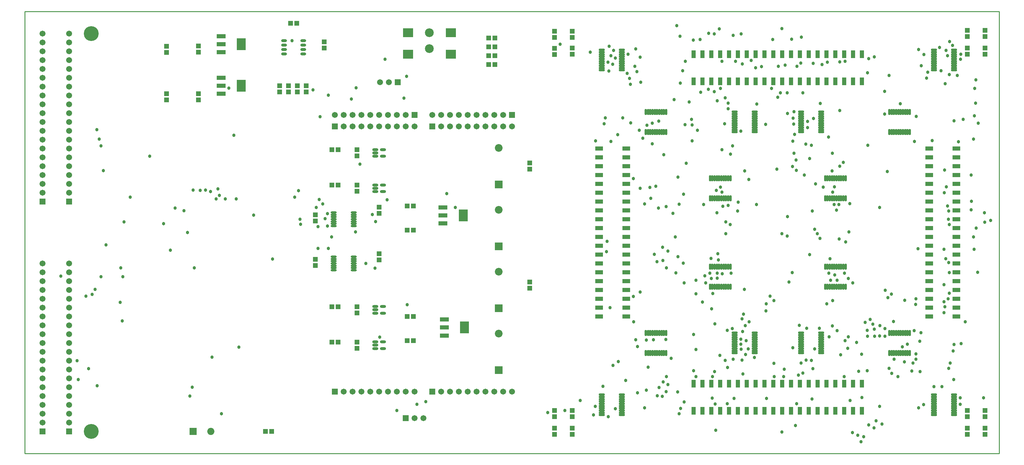
<source format=gts>
G04 Layer_Color=8388736*
%FSLAX25Y25*%
%MOIN*%
G70*
G01*
G75*
%ADD22C,0.01000*%
%ADD37R,0.05800X0.05800*%
%ADD38O,0.06509X0.03162*%
%ADD39R,0.05800X0.05800*%
%ADD40R,0.11824X0.10249*%
%ADD41R,0.10249X0.13398*%
%ADD42R,0.10249X0.04737*%
%ADD43O,0.02572X0.07099*%
%ADD44O,0.07099X0.02572*%
%ADD45O,0.06902X0.02572*%
%ADD46R,0.08674X0.04737*%
%ADD47R,0.04737X0.08674*%
%ADD48O,0.06902X0.03162*%
%ADD49C,0.09900*%
%ADD50C,0.06706*%
%ADD51R,0.06706X0.06706*%
%ADD52R,0.06706X0.06706*%
%ADD53C,0.08674*%
%ADD54R,0.08674X0.08674*%
%ADD55R,0.08083X0.08083*%
%ADD56C,0.08083*%
%ADD57C,0.16800*%
%ADD58C,0.03800*%
D22*
X0Y0D02*
X1100000D01*
Y500000D01*
X0D02*
X1100000D01*
X0Y0D02*
Y500000D01*
D37*
X598000Y21500D02*
D03*
Y28500D02*
D03*
X618000D02*
D03*
Y21500D02*
D03*
Y470500D02*
D03*
Y477500D02*
D03*
Y458500D02*
D03*
Y451500D02*
D03*
X1064000D02*
D03*
Y458500D02*
D03*
X1084000Y451500D02*
D03*
Y458500D02*
D03*
X1064000Y478500D02*
D03*
Y471500D02*
D03*
Y41500D02*
D03*
Y48500D02*
D03*
X598000Y41500D02*
D03*
Y48500D02*
D03*
X1064000Y21500D02*
D03*
Y28500D02*
D03*
X598000Y470500D02*
D03*
Y477500D02*
D03*
X338000Y465500D02*
D03*
Y458500D02*
D03*
X328000Y270000D02*
D03*
Y263000D02*
D03*
X160000Y453500D02*
D03*
Y460500D02*
D03*
X196000Y454000D02*
D03*
Y461000D02*
D03*
Y407000D02*
D03*
Y400000D02*
D03*
X160000Y407000D02*
D03*
Y400000D02*
D03*
X328000Y219500D02*
D03*
Y212500D02*
D03*
X1084000Y48500D02*
D03*
Y41500D02*
D03*
Y21500D02*
D03*
Y28500D02*
D03*
X618000Y48500D02*
D03*
Y41500D02*
D03*
X598000Y451398D02*
D03*
Y458398D02*
D03*
X1084000Y478500D02*
D03*
Y471500D02*
D03*
X375000Y303700D02*
D03*
Y296700D02*
D03*
Y119000D02*
D03*
Y126000D02*
D03*
X400000Y278500D02*
D03*
Y271500D02*
D03*
Y219000D02*
D03*
Y226000D02*
D03*
X307500Y416000D02*
D03*
Y409000D02*
D03*
X297500D02*
D03*
Y416000D02*
D03*
X375000Y343700D02*
D03*
Y336700D02*
D03*
Y159100D02*
D03*
Y166100D02*
D03*
X570000Y321500D02*
D03*
Y328500D02*
D03*
Y193900D02*
D03*
Y186900D02*
D03*
X287500Y416000D02*
D03*
Y409000D02*
D03*
X317500D02*
D03*
Y416000D02*
D03*
D38*
X314228Y452000D02*
D03*
Y457000D02*
D03*
Y462000D02*
D03*
Y467000D02*
D03*
X292772Y452000D02*
D03*
Y457000D02*
D03*
Y462000D02*
D03*
Y467000D02*
D03*
D39*
X307000Y486500D02*
D03*
X300000D02*
D03*
X438500Y252500D02*
D03*
X431500D02*
D03*
Y127500D02*
D03*
X438500D02*
D03*
Y280000D02*
D03*
X431500D02*
D03*
Y155000D02*
D03*
X438500D02*
D03*
X523500Y450000D02*
D03*
X530500D02*
D03*
Y460000D02*
D03*
X523500D02*
D03*
X346500Y303700D02*
D03*
X353500D02*
D03*
Y126000D02*
D03*
X346500D02*
D03*
Y343700D02*
D03*
X353500D02*
D03*
Y166100D02*
D03*
X346500D02*
D03*
X523500Y440000D02*
D03*
X530500D02*
D03*
Y470000D02*
D03*
X523500D02*
D03*
X271500Y25000D02*
D03*
X278500D02*
D03*
D40*
X432500Y476000D02*
D03*
Y451500D02*
D03*
X481000Y476000D02*
D03*
Y451500D02*
D03*
D41*
X244417Y463000D02*
D03*
Y416000D02*
D03*
X494917Y269200D02*
D03*
X496417Y142500D02*
D03*
D42*
X221583Y453945D02*
D03*
Y463000D02*
D03*
Y472055D02*
D03*
Y406945D02*
D03*
Y416000D02*
D03*
Y425055D02*
D03*
X472083Y260145D02*
D03*
Y269200D02*
D03*
Y278255D02*
D03*
X473583Y151555D02*
D03*
Y142500D02*
D03*
Y133445D02*
D03*
D43*
X975984Y363681D02*
D03*
X978543D02*
D03*
X981102D02*
D03*
X983661D02*
D03*
X986220D02*
D03*
X988780D02*
D03*
X991339D02*
D03*
X993898D02*
D03*
X996457D02*
D03*
X999016D02*
D03*
X975984Y386319D02*
D03*
X978543D02*
D03*
X981102D02*
D03*
X983661D02*
D03*
X986220D02*
D03*
X988780D02*
D03*
X991339D02*
D03*
X993898D02*
D03*
X996457D02*
D03*
X999016D02*
D03*
Y136319D02*
D03*
X996457D02*
D03*
X993898D02*
D03*
X991339D02*
D03*
X988780D02*
D03*
X986220D02*
D03*
X983661D02*
D03*
X981102D02*
D03*
X978543D02*
D03*
X975984D02*
D03*
X999016Y113681D02*
D03*
X996457D02*
D03*
X993898D02*
D03*
X991339D02*
D03*
X988780D02*
D03*
X986220D02*
D03*
X983661D02*
D03*
X981102D02*
D03*
X978543D02*
D03*
X975984D02*
D03*
X724016Y136319D02*
D03*
X721457D02*
D03*
X718898D02*
D03*
X716339D02*
D03*
X713780D02*
D03*
X711220D02*
D03*
X708661D02*
D03*
X706102D02*
D03*
X703543D02*
D03*
X700984D02*
D03*
X724016Y113681D02*
D03*
X721457D02*
D03*
X718898D02*
D03*
X716339D02*
D03*
X713780D02*
D03*
X711220D02*
D03*
X708661D02*
D03*
X706102D02*
D03*
X703543D02*
D03*
X700984D02*
D03*
Y363681D02*
D03*
X703543D02*
D03*
X706102D02*
D03*
X708661D02*
D03*
X711220D02*
D03*
X713780D02*
D03*
X716339D02*
D03*
X718898D02*
D03*
X721457D02*
D03*
X724016D02*
D03*
X700984Y386319D02*
D03*
X703543D02*
D03*
X706102D02*
D03*
X708661D02*
D03*
X711220D02*
D03*
X713780D02*
D03*
X716339D02*
D03*
X718898D02*
D03*
X721457D02*
D03*
X724016D02*
D03*
X903484Y188681D02*
D03*
X906043D02*
D03*
X908602D02*
D03*
X911161D02*
D03*
X913720D02*
D03*
X916280D02*
D03*
X918839D02*
D03*
X921398D02*
D03*
X923957D02*
D03*
X926516D02*
D03*
X903484Y211319D02*
D03*
X906043D02*
D03*
X908602D02*
D03*
X911161D02*
D03*
X913720D02*
D03*
X916280D02*
D03*
X918839D02*
D03*
X921398D02*
D03*
X923957D02*
D03*
X926516D02*
D03*
X773484Y288681D02*
D03*
X776043D02*
D03*
X778602D02*
D03*
X781161D02*
D03*
X783720D02*
D03*
X786280D02*
D03*
X788839D02*
D03*
X791398D02*
D03*
X793957D02*
D03*
X796516D02*
D03*
X773484Y311319D02*
D03*
X776043D02*
D03*
X778602D02*
D03*
X781161D02*
D03*
X783720D02*
D03*
X786280D02*
D03*
X788839D02*
D03*
X791398D02*
D03*
X793957D02*
D03*
X796516D02*
D03*
X926516D02*
D03*
X923957D02*
D03*
X921398D02*
D03*
X918839D02*
D03*
X916280D02*
D03*
X913720D02*
D03*
X911161D02*
D03*
X908602D02*
D03*
X906043D02*
D03*
X903484D02*
D03*
X926516Y288681D02*
D03*
X923957D02*
D03*
X921398D02*
D03*
X918839D02*
D03*
X916280D02*
D03*
X913720D02*
D03*
X911161D02*
D03*
X908602D02*
D03*
X906043D02*
D03*
X903484D02*
D03*
X796516Y211319D02*
D03*
X793957D02*
D03*
X791398D02*
D03*
X788839D02*
D03*
X786280D02*
D03*
X783720D02*
D03*
X781161D02*
D03*
X778602D02*
D03*
X776043D02*
D03*
X773484D02*
D03*
X796516Y188681D02*
D03*
X793957D02*
D03*
X791398D02*
D03*
X788839D02*
D03*
X786280D02*
D03*
X783720D02*
D03*
X781161D02*
D03*
X778602D02*
D03*
X776043D02*
D03*
X773484D02*
D03*
D44*
X673819Y433484D02*
D03*
Y436043D02*
D03*
Y438602D02*
D03*
Y441161D02*
D03*
Y443720D02*
D03*
Y446280D02*
D03*
Y448839D02*
D03*
Y451398D02*
D03*
Y453957D02*
D03*
Y456516D02*
D03*
X651181Y433484D02*
D03*
Y436043D02*
D03*
Y438602D02*
D03*
Y441161D02*
D03*
Y443720D02*
D03*
Y446280D02*
D03*
Y448839D02*
D03*
Y451398D02*
D03*
Y453957D02*
D03*
Y456516D02*
D03*
X1026181D02*
D03*
Y453957D02*
D03*
Y451398D02*
D03*
Y448839D02*
D03*
Y446280D02*
D03*
Y443720D02*
D03*
Y441161D02*
D03*
Y438602D02*
D03*
Y436043D02*
D03*
Y433484D02*
D03*
X1048819Y456516D02*
D03*
Y453957D02*
D03*
Y451398D02*
D03*
Y448839D02*
D03*
Y446280D02*
D03*
Y443720D02*
D03*
Y441161D02*
D03*
Y438602D02*
D03*
Y436043D02*
D03*
Y433484D02*
D03*
X1026181Y66516D02*
D03*
Y63957D02*
D03*
Y61398D02*
D03*
Y58839D02*
D03*
Y56280D02*
D03*
Y53720D02*
D03*
Y51161D02*
D03*
Y48602D02*
D03*
Y46043D02*
D03*
Y43484D02*
D03*
X1048819Y66516D02*
D03*
Y63957D02*
D03*
Y61398D02*
D03*
Y58839D02*
D03*
Y56280D02*
D03*
Y53720D02*
D03*
Y51161D02*
D03*
Y48602D02*
D03*
Y46043D02*
D03*
Y43484D02*
D03*
X673819D02*
D03*
Y46043D02*
D03*
Y48602D02*
D03*
Y51161D02*
D03*
Y53720D02*
D03*
Y56280D02*
D03*
Y58839D02*
D03*
Y61398D02*
D03*
Y63957D02*
D03*
Y66516D02*
D03*
X651181Y43484D02*
D03*
Y46043D02*
D03*
Y48602D02*
D03*
Y51161D02*
D03*
Y53720D02*
D03*
Y56280D02*
D03*
Y58839D02*
D03*
Y61398D02*
D03*
Y63957D02*
D03*
Y66516D02*
D03*
X876181Y136516D02*
D03*
Y133957D02*
D03*
Y131398D02*
D03*
Y128839D02*
D03*
Y126280D02*
D03*
Y123720D02*
D03*
Y121161D02*
D03*
Y118602D02*
D03*
Y116043D02*
D03*
Y113484D02*
D03*
X898819Y136516D02*
D03*
Y133957D02*
D03*
Y131398D02*
D03*
Y128839D02*
D03*
Y126280D02*
D03*
Y123720D02*
D03*
Y121161D02*
D03*
Y118602D02*
D03*
Y116043D02*
D03*
Y113484D02*
D03*
X823819D02*
D03*
Y116043D02*
D03*
Y118602D02*
D03*
Y121161D02*
D03*
Y123720D02*
D03*
Y126280D02*
D03*
Y128839D02*
D03*
Y131398D02*
D03*
Y133957D02*
D03*
Y136516D02*
D03*
X801181Y113484D02*
D03*
Y116043D02*
D03*
Y118602D02*
D03*
Y121161D02*
D03*
Y123720D02*
D03*
Y126280D02*
D03*
Y128839D02*
D03*
Y131398D02*
D03*
Y133957D02*
D03*
Y136516D02*
D03*
X898819Y363484D02*
D03*
Y366043D02*
D03*
Y368602D02*
D03*
Y371161D02*
D03*
Y373720D02*
D03*
Y376280D02*
D03*
Y378839D02*
D03*
Y381398D02*
D03*
Y383957D02*
D03*
Y386516D02*
D03*
X876181Y363484D02*
D03*
Y366043D02*
D03*
Y368602D02*
D03*
Y371161D02*
D03*
Y373720D02*
D03*
Y376280D02*
D03*
Y378839D02*
D03*
Y381398D02*
D03*
Y383957D02*
D03*
Y386516D02*
D03*
X801181D02*
D03*
Y383957D02*
D03*
Y381398D02*
D03*
Y378839D02*
D03*
Y376280D02*
D03*
Y373720D02*
D03*
Y371161D02*
D03*
Y368602D02*
D03*
Y366043D02*
D03*
Y363484D02*
D03*
X823819Y386516D02*
D03*
Y383957D02*
D03*
Y381398D02*
D03*
Y378839D02*
D03*
Y376280D02*
D03*
Y373720D02*
D03*
Y371161D02*
D03*
Y368602D02*
D03*
Y366043D02*
D03*
Y363484D02*
D03*
D45*
X348681Y272677D02*
D03*
Y270118D02*
D03*
Y267559D02*
D03*
Y265000D02*
D03*
Y262441D02*
D03*
Y259882D02*
D03*
Y257323D02*
D03*
X371319Y272677D02*
D03*
Y270118D02*
D03*
Y267559D02*
D03*
Y265000D02*
D03*
Y262441D02*
D03*
Y259882D02*
D03*
Y257323D02*
D03*
Y207323D02*
D03*
Y209882D02*
D03*
Y212441D02*
D03*
Y215000D02*
D03*
Y217559D02*
D03*
Y220118D02*
D03*
Y222677D02*
D03*
X348681Y207323D02*
D03*
Y209882D02*
D03*
Y212441D02*
D03*
Y215000D02*
D03*
Y217559D02*
D03*
Y220118D02*
D03*
Y222677D02*
D03*
D46*
X1051604Y195000D02*
D03*
Y175000D02*
D03*
Y165000D02*
D03*
Y155000D02*
D03*
Y185000D02*
D03*
Y235000D02*
D03*
Y205000D02*
D03*
Y215000D02*
D03*
Y225000D02*
D03*
Y245000D02*
D03*
Y285000D02*
D03*
Y255000D02*
D03*
Y265000D02*
D03*
Y275000D02*
D03*
Y295000D02*
D03*
Y335000D02*
D03*
Y305000D02*
D03*
Y315000D02*
D03*
Y325000D02*
D03*
Y345000D02*
D03*
X1020896D02*
D03*
Y325000D02*
D03*
Y315000D02*
D03*
Y305000D02*
D03*
Y335000D02*
D03*
Y295000D02*
D03*
Y275000D02*
D03*
Y265000D02*
D03*
Y255000D02*
D03*
Y285000D02*
D03*
Y245000D02*
D03*
Y225000D02*
D03*
Y215000D02*
D03*
Y205000D02*
D03*
Y235000D02*
D03*
Y185000D02*
D03*
Y155000D02*
D03*
Y165000D02*
D03*
Y175000D02*
D03*
Y195000D02*
D03*
X679104Y305000D02*
D03*
Y325000D02*
D03*
Y335000D02*
D03*
Y345000D02*
D03*
Y315000D02*
D03*
Y265000D02*
D03*
Y295000D02*
D03*
Y285000D02*
D03*
Y275000D02*
D03*
Y255000D02*
D03*
Y215000D02*
D03*
Y245000D02*
D03*
Y235000D02*
D03*
Y225000D02*
D03*
Y205000D02*
D03*
Y165000D02*
D03*
Y195000D02*
D03*
Y185000D02*
D03*
Y175000D02*
D03*
Y155000D02*
D03*
X648396D02*
D03*
Y175000D02*
D03*
Y185000D02*
D03*
Y195000D02*
D03*
Y165000D02*
D03*
Y205000D02*
D03*
Y225000D02*
D03*
Y235000D02*
D03*
Y245000D02*
D03*
Y215000D02*
D03*
Y255000D02*
D03*
Y275000D02*
D03*
Y285000D02*
D03*
Y295000D02*
D03*
Y265000D02*
D03*
Y315000D02*
D03*
Y345000D02*
D03*
Y335000D02*
D03*
Y325000D02*
D03*
Y305000D02*
D03*
D47*
X795000Y48396D02*
D03*
X775000D02*
D03*
X765000D02*
D03*
X755000D02*
D03*
X785000D02*
D03*
X835000D02*
D03*
X805000D02*
D03*
X815000D02*
D03*
X825000D02*
D03*
X845000D02*
D03*
X885000D02*
D03*
X855000D02*
D03*
X865000D02*
D03*
X875000D02*
D03*
X895000D02*
D03*
X935000D02*
D03*
X905000D02*
D03*
X915000D02*
D03*
X925000D02*
D03*
X945000D02*
D03*
Y79104D02*
D03*
X925000D02*
D03*
X915000D02*
D03*
X905000D02*
D03*
X935000D02*
D03*
X895000D02*
D03*
X875000D02*
D03*
X865000D02*
D03*
X855000D02*
D03*
X885000D02*
D03*
X845000D02*
D03*
X825000D02*
D03*
X815000D02*
D03*
X805000D02*
D03*
X835000D02*
D03*
X785000D02*
D03*
X755000D02*
D03*
X765000D02*
D03*
X775000D02*
D03*
X795000D02*
D03*
X905000Y420896D02*
D03*
X925000D02*
D03*
X935000D02*
D03*
X945000D02*
D03*
X915000D02*
D03*
X865000D02*
D03*
X895000D02*
D03*
X885000D02*
D03*
X875000D02*
D03*
X855000D02*
D03*
X815000D02*
D03*
X845000D02*
D03*
X835000D02*
D03*
X825000D02*
D03*
X805000D02*
D03*
X765000D02*
D03*
X795000D02*
D03*
X785000D02*
D03*
X775000D02*
D03*
X755000D02*
D03*
Y451604D02*
D03*
X775000D02*
D03*
X785000D02*
D03*
X795000D02*
D03*
X765000D02*
D03*
X805000D02*
D03*
X825000D02*
D03*
X835000D02*
D03*
X845000D02*
D03*
X815000D02*
D03*
X855000D02*
D03*
X875000D02*
D03*
X885000D02*
D03*
X895000D02*
D03*
X865000D02*
D03*
X915000D02*
D03*
X945000D02*
D03*
X935000D02*
D03*
X925000D02*
D03*
X905000D02*
D03*
D48*
X404429Y296260D02*
D03*
Y303740D02*
D03*
X395571Y296260D02*
D03*
Y300000D02*
D03*
Y303740D02*
D03*
Y126240D02*
D03*
Y122500D02*
D03*
Y118760D02*
D03*
X404429Y126240D02*
D03*
Y118760D02*
D03*
Y336260D02*
D03*
Y343740D02*
D03*
X395571Y336260D02*
D03*
Y340000D02*
D03*
Y343740D02*
D03*
Y166240D02*
D03*
Y162500D02*
D03*
Y158760D02*
D03*
X404429Y166240D02*
D03*
Y158760D02*
D03*
D49*
X456783Y458098D02*
D03*
Y475815D02*
D03*
D50*
X530000Y383000D02*
D03*
X460000D02*
D03*
X470000D02*
D03*
X480000D02*
D03*
X490000D02*
D03*
X500000D02*
D03*
X510000D02*
D03*
X520000D02*
D03*
X540000D02*
D03*
X420000D02*
D03*
X350000D02*
D03*
X360000D02*
D03*
X370000D02*
D03*
X380000D02*
D03*
X390000D02*
D03*
X400000D02*
D03*
X410000D02*
D03*
X430000D02*
D03*
X440000Y40000D02*
D03*
X450000D02*
D03*
X20000Y35000D02*
D03*
Y45000D02*
D03*
Y55000D02*
D03*
Y65000D02*
D03*
Y75000D02*
D03*
Y85000D02*
D03*
Y95000D02*
D03*
Y105000D02*
D03*
Y115000D02*
D03*
Y125000D02*
D03*
Y135000D02*
D03*
Y145000D02*
D03*
Y155000D02*
D03*
Y165000D02*
D03*
Y175000D02*
D03*
Y185000D02*
D03*
Y195000D02*
D03*
Y205000D02*
D03*
Y215000D02*
D03*
X50000Y35000D02*
D03*
Y45000D02*
D03*
Y55000D02*
D03*
Y65000D02*
D03*
Y75000D02*
D03*
Y85000D02*
D03*
Y95000D02*
D03*
Y105000D02*
D03*
Y115000D02*
D03*
Y125000D02*
D03*
Y135000D02*
D03*
Y145000D02*
D03*
Y155000D02*
D03*
Y165000D02*
D03*
Y175000D02*
D03*
Y185000D02*
D03*
Y195000D02*
D03*
Y205000D02*
D03*
Y215000D02*
D03*
Y295000D02*
D03*
Y305000D02*
D03*
Y315000D02*
D03*
Y325000D02*
D03*
Y335000D02*
D03*
Y345000D02*
D03*
Y355000D02*
D03*
Y365000D02*
D03*
Y375000D02*
D03*
Y385000D02*
D03*
Y395000D02*
D03*
Y405000D02*
D03*
Y415000D02*
D03*
Y425000D02*
D03*
Y435000D02*
D03*
Y445000D02*
D03*
Y455000D02*
D03*
Y465000D02*
D03*
Y475000D02*
D03*
X20000Y295000D02*
D03*
Y305000D02*
D03*
Y315000D02*
D03*
Y325000D02*
D03*
Y335000D02*
D03*
Y345000D02*
D03*
Y355000D02*
D03*
Y365000D02*
D03*
Y375000D02*
D03*
Y385000D02*
D03*
Y395000D02*
D03*
Y405000D02*
D03*
Y415000D02*
D03*
Y425000D02*
D03*
Y435000D02*
D03*
Y445000D02*
D03*
Y455000D02*
D03*
Y465000D02*
D03*
Y475000D02*
D03*
X411000Y420000D02*
D03*
X401000D02*
D03*
X480000Y370000D02*
D03*
X550000D02*
D03*
X540000D02*
D03*
X530000D02*
D03*
X520000D02*
D03*
X510000D02*
D03*
X500000D02*
D03*
X490000D02*
D03*
X470000D02*
D03*
X370000D02*
D03*
X440000D02*
D03*
X430000D02*
D03*
X420000D02*
D03*
X410000D02*
D03*
X400000D02*
D03*
X390000D02*
D03*
X380000D02*
D03*
X360000D02*
D03*
X480000Y70000D02*
D03*
X550000D02*
D03*
X540000D02*
D03*
X530000D02*
D03*
X520000D02*
D03*
X510000D02*
D03*
X500000D02*
D03*
X490000D02*
D03*
X470000D02*
D03*
X370000D02*
D03*
X440000D02*
D03*
X430000D02*
D03*
X420000D02*
D03*
X410000D02*
D03*
X400000D02*
D03*
X390000D02*
D03*
X380000D02*
D03*
X360000D02*
D03*
D51*
X550000Y383000D02*
D03*
X440000D02*
D03*
X430000Y40000D02*
D03*
X421000Y420000D02*
D03*
X460000Y370000D02*
D03*
X350000D02*
D03*
X460000Y70000D02*
D03*
X350000D02*
D03*
D52*
X20000Y25000D02*
D03*
X50000D02*
D03*
Y285000D02*
D03*
X20000D02*
D03*
D53*
X535000Y275591D02*
D03*
Y135591D02*
D03*
Y345591D02*
D03*
Y205591D02*
D03*
D54*
Y234409D02*
D03*
Y94409D02*
D03*
Y304409D02*
D03*
Y164409D02*
D03*
D55*
X190000Y25000D02*
D03*
D56*
X210000D02*
D03*
D57*
X75000Y475000D02*
D03*
Y25000D02*
D03*
D58*
X230300Y413200D02*
D03*
X75889Y180000D02*
D03*
X86100Y200000D02*
D03*
X68900Y178000D02*
D03*
X169700Y277700D02*
D03*
X216100Y287900D02*
D03*
X189128Y75000D02*
D03*
X209600Y296300D02*
D03*
X60300Y83700D02*
D03*
X191200Y210000D02*
D03*
X40600Y200600D02*
D03*
X118900Y290100D02*
D03*
X190000Y298000D02*
D03*
X88800Y320000D02*
D03*
X141000Y336300D02*
D03*
X701700Y128400D02*
D03*
X1038800Y166000D02*
D03*
X111900Y262100D02*
D03*
X798900Y348100D02*
D03*
X911600Y339600D02*
D03*
X805200Y284400D02*
D03*
X763000Y408800D02*
D03*
X679900Y429900D02*
D03*
X911600Y144200D02*
D03*
X970600Y384100D02*
D03*
X670000Y103900D02*
D03*
X729500Y107700D02*
D03*
X945000Y63200D02*
D03*
X925000Y87100D02*
D03*
X1056842Y124442D02*
D03*
X1042900Y216000D02*
D03*
X1037500Y191000D02*
D03*
X656500Y228300D02*
D03*
X1005900Y175000D02*
D03*
X342600Y231900D02*
D03*
X331000D02*
D03*
X693700Y365500D02*
D03*
X799800Y106600D02*
D03*
X891600Y118300D02*
D03*
X923957Y329443D02*
D03*
X774800Y220500D02*
D03*
X781800Y198400D02*
D03*
X735100Y204400D02*
D03*
X974200Y176400D02*
D03*
X925200Y204000D02*
D03*
X978200Y180400D02*
D03*
X1042300Y174900D02*
D03*
X703543Y97700D02*
D03*
X604400Y463000D02*
D03*
X898000Y396000D02*
D03*
X866948Y119652D02*
D03*
X929500Y197900D02*
D03*
X733000Y400400D02*
D03*
X796516Y338600D02*
D03*
X845600Y172900D02*
D03*
X911900D02*
D03*
X723500Y129100D02*
D03*
X798500Y141400D02*
D03*
X1035300Y75500D02*
D03*
X1026200D02*
D03*
X590400Y46400D02*
D03*
X609700Y48500D02*
D03*
X658600Y41500D02*
D03*
X1043500Y428600D02*
D03*
X1047400Y461500D02*
D03*
X110100Y150000D02*
D03*
X236000Y360000D02*
D03*
X652700Y75900D02*
D03*
X778300Y474800D02*
D03*
X1032500Y459400D02*
D03*
X1012100Y438600D02*
D03*
X890000Y441300D02*
D03*
X1019200Y431400D02*
D03*
X808200Y364800D02*
D03*
X790100Y373053D02*
D03*
X778300Y409400D02*
D03*
X771800Y412100D02*
D03*
X695450Y420050D02*
D03*
X683700Y417800D02*
D03*
X682800Y424200D02*
D03*
X659400Y432500D02*
D03*
X772100Y475300D02*
D03*
X762300Y468300D02*
D03*
X868300Y386800D02*
D03*
X878300Y408100D02*
D03*
X876000Y441700D02*
D03*
X867400Y379200D02*
D03*
X850600Y437900D02*
D03*
X860600Y407831D02*
D03*
X868000Y372600D02*
D03*
X883500Y375800D02*
D03*
X781161Y272439D02*
D03*
X901200Y301300D02*
D03*
X951300Y430600D02*
D03*
X788000Y279600D02*
D03*
X823800Y108500D02*
D03*
X813700Y112100D02*
D03*
X817600Y148900D02*
D03*
X810300Y138100D02*
D03*
X813200Y144600D02*
D03*
X809800Y152300D02*
D03*
X888900Y274400D02*
D03*
X870600Y331900D02*
D03*
X812500Y319600D02*
D03*
X871100Y320400D02*
D03*
X697600Y356500D02*
D03*
X706800Y288500D02*
D03*
X715200Y277500D02*
D03*
X734300Y245000D02*
D03*
X737400Y222500D02*
D03*
X694600Y182800D02*
D03*
X660700Y165000D02*
D03*
X701499Y71600D02*
D03*
X714000Y65200D02*
D03*
X715900Y74600D02*
D03*
X720708Y80992D02*
D03*
X724200Y87100D02*
D03*
X837400Y62400D02*
D03*
X836800Y161200D02*
D03*
X776600Y181100D02*
D03*
X776400Y87100D02*
D03*
X967700Y33200D02*
D03*
X958708Y29008D02*
D03*
X964900Y53300D02*
D03*
X946900Y18900D02*
D03*
X1082200Y63100D02*
D03*
X780000Y26300D02*
D03*
X940300Y20600D02*
D03*
X1072400Y412900D02*
D03*
X1048900Y376400D02*
D03*
X1070900Y355800D02*
D03*
X988286Y395500D02*
D03*
X1038300Y320600D02*
D03*
X1068300Y314900D02*
D03*
X1073400Y396200D02*
D03*
X1083300Y272300D02*
D03*
X1074000Y255000D02*
D03*
X1071800Y231000D02*
D03*
X1056100Y55700D02*
D03*
Y62900D02*
D03*
X1075800Y205000D02*
D03*
X395300Y209700D02*
D03*
X1044100Y465900D02*
D03*
X958900Y448700D02*
D03*
X926000Y443600D02*
D03*
X1041700Y450000D02*
D03*
X785400Y412900D02*
D03*
X691000Y432000D02*
D03*
X825000Y436200D02*
D03*
X694500Y448300D02*
D03*
X666700Y447200D02*
D03*
X831700Y437600D02*
D03*
X688500Y438100D02*
D03*
X826400Y395200D02*
D03*
X881900Y105700D02*
D03*
X809500D02*
D03*
X793200Y97200D02*
D03*
X857400Y95200D02*
D03*
X808400Y123700D02*
D03*
X876200Y102400D02*
D03*
X790600Y105400D02*
D03*
X889700Y96000D02*
D03*
X954288Y151505D02*
D03*
X920900Y111600D02*
D03*
X917100Y195900D02*
D03*
Y138900D02*
D03*
X939100Y125600D02*
D03*
X948700Y148400D02*
D03*
X957300Y146150D02*
D03*
X878300Y91100D02*
D03*
X909500Y195900D02*
D03*
X841200Y178100D02*
D03*
X837000Y169300D02*
D03*
X905300D02*
D03*
X810700Y89900D02*
D03*
X873400Y88600D02*
D03*
X882500Y141500D02*
D03*
X775200Y163800D02*
D03*
X765000Y171440D02*
D03*
X874200Y145000D02*
D03*
X655400Y379600D02*
D03*
X675000D02*
D03*
X644200Y353600D02*
D03*
X702400Y371300D02*
D03*
X626900Y60000D02*
D03*
X644000Y53300D02*
D03*
X713600Y216900D02*
D03*
X773200Y204100D02*
D03*
X710700Y225400D02*
D03*
X783100Y219100D02*
D03*
X1006000Y112600D02*
D03*
X1049000Y123400D02*
D03*
X1002600Y102300D02*
D03*
X1044800D02*
D03*
X931400Y282800D02*
D03*
X1068300Y275600D02*
D03*
X930457Y250800D02*
D03*
X1039500Y220400D02*
D03*
X1040300Y301600D02*
D03*
X913900D02*
D03*
X1010700Y92600D02*
D03*
X1014600Y55161D02*
D03*
X258300Y269700D02*
D03*
X310700Y264900D02*
D03*
X279700Y220000D02*
D03*
X311200Y259400D02*
D03*
X378200Y327400D02*
D03*
X301800Y467000D02*
D03*
X107600Y170900D02*
D03*
X79200Y185800D02*
D03*
X179700Y274600D02*
D03*
X219700Y292100D02*
D03*
X241700Y120300D02*
D03*
X110700Y200000D02*
D03*
X222000Y45000D02*
D03*
X309100Y297200D02*
D03*
X226200Y288000D02*
D03*
X186300Y65000D02*
D03*
X304700Y290000D02*
D03*
X238600Y287900D02*
D03*
X325400Y411200D02*
D03*
X332238Y287162D02*
D03*
X197900Y297600D02*
D03*
X211200Y108900D02*
D03*
X218000Y299200D02*
D03*
X91700Y236000D02*
D03*
X81500Y76500D02*
D03*
X59100Y104900D02*
D03*
X71927Y96100D02*
D03*
X164400Y230000D02*
D03*
X156700Y260000D02*
D03*
X204000Y298000D02*
D03*
X183800Y250000D02*
D03*
X333200Y380900D02*
D03*
X84000Y355600D02*
D03*
X81200Y366300D02*
D03*
X86000Y348100D02*
D03*
X108300Y210000D02*
D03*
X799600Y473000D02*
D03*
X926000Y127700D02*
D03*
X781700Y399100D02*
D03*
X881500Y350100D02*
D03*
X892500Y305000D02*
D03*
X880000Y315000D02*
D03*
X897100Y141500D02*
D03*
X811400Y157800D02*
D03*
X1048600Y83800D02*
D03*
X1009000Y51500D02*
D03*
X978800Y90600D02*
D03*
X959400Y132800D02*
D03*
X970600Y409500D02*
D03*
X1018100Y424800D02*
D03*
X944800Y112200D02*
D03*
X1037500Y159400D02*
D03*
Y231000D02*
D03*
X1024200Y354000D02*
D03*
X1054000Y352500D02*
D03*
X808800Y474500D02*
D03*
X657400Y239900D02*
D03*
X1090400Y263500D02*
D03*
X941200Y93100D02*
D03*
X1038900Y418400D02*
D03*
X1073700Y422600D02*
D03*
X784000Y480300D02*
D03*
X964900Y132900D02*
D03*
X1004100Y139000D02*
D03*
X1008439Y231800D02*
D03*
X920000Y388100D02*
D03*
X1083482Y261600D02*
D03*
X638300Y453957D02*
D03*
X866400Y204700D02*
D03*
X759400Y365700D02*
D03*
X868300Y339700D02*
D03*
X1052700Y427600D02*
D03*
X1006400Y381300D02*
D03*
X934500Y192900D02*
D03*
X757800Y196000D02*
D03*
X836400Y372300D02*
D03*
X1056700Y451500D02*
D03*
X1004200Y352900D02*
D03*
X993300Y173300D02*
D03*
X973600Y319000D02*
D03*
X689800Y128800D02*
D03*
X642000Y43700D02*
D03*
X691800Y68500D02*
D03*
Y121000D02*
D03*
X709700Y128800D02*
D03*
X757800Y117600D02*
D03*
Y180600D02*
D03*
X775100Y197900D02*
D03*
X808500Y118043D02*
D03*
X985800Y86900D02*
D03*
X996457Y123600D02*
D03*
X669300Y360600D02*
D03*
X888077Y348700D02*
D03*
X907400Y358100D02*
D03*
X951600Y348700D02*
D03*
X721200Y338000D02*
D03*
X779000Y146700D02*
D03*
X959100Y140500D02*
D03*
X975500Y96400D02*
D03*
X745200Y372000D02*
D03*
X1071000Y245000D02*
D03*
X975600Y427700D02*
D03*
X1014900Y451200D02*
D03*
X1009100Y457000D02*
D03*
X905900Y442800D02*
D03*
X900000Y440000D02*
D03*
X1034443Y432900D02*
D03*
X858300Y439200D02*
D03*
X793931Y390000D02*
D03*
X794100Y396300D02*
D03*
X790800Y402231D02*
D03*
X740000Y419100D02*
D03*
X739800Y471892D02*
D03*
X659695Y460600D02*
D03*
X664800Y455900D02*
D03*
X754550Y467750D02*
D03*
X742800Y432900D02*
D03*
X658300Y442600D02*
D03*
X663700Y440300D02*
D03*
X890400Y378839D02*
D03*
X850100Y403000D02*
D03*
X820000Y444600D02*
D03*
X866900Y353200D02*
D03*
X844400Y468200D02*
D03*
X852900Y407969D02*
D03*
X883500Y368700D02*
D03*
X869000Y361100D02*
D03*
X766293Y281600D02*
D03*
X743800Y293300D02*
D03*
X753200Y353600D02*
D03*
Y371500D02*
D03*
X865700Y468500D02*
D03*
X791200Y248800D02*
D03*
X854600D02*
D03*
X871700Y438100D02*
D03*
X785239Y301300D02*
D03*
X705700Y301000D02*
D03*
X684000Y374000D02*
D03*
X787000Y295800D02*
D03*
X780700Y297800D02*
D03*
X712400Y302300D02*
D03*
X708300Y350200D02*
D03*
X750000Y397600D02*
D03*
X876587Y471100D02*
D03*
X791300Y262000D02*
D03*
X861100Y268100D02*
D03*
Y384700D02*
D03*
X816600Y118300D02*
D03*
X814200Y127700D02*
D03*
X926516Y239400D02*
D03*
X919219Y242800D02*
D03*
X907800Y204100D02*
D03*
X862800Y194000D02*
D03*
X860700Y245900D02*
D03*
X891700Y253600D02*
D03*
X894800Y248500D02*
D03*
X897800Y243394D02*
D03*
X886100Y333700D02*
D03*
Y225000D02*
D03*
X909058Y220400D02*
D03*
X804515Y274185D02*
D03*
X812400Y185800D02*
D03*
X908100Y132000D02*
D03*
X825900Y281500D02*
D03*
X817400Y309900D02*
D03*
X848900Y321500D02*
D03*
X866500Y324500D02*
D03*
X687000Y310900D02*
D03*
X724000Y279200D02*
D03*
X731498Y271602D02*
D03*
X738600Y282000D02*
D03*
X666700Y50500D02*
D03*
X687000Y177700D02*
D03*
X687200Y149000D02*
D03*
X678300Y82700D02*
D03*
X663900Y99600D02*
D03*
X719500Y64500D02*
D03*
X724100Y70000D02*
D03*
X726100Y78000D02*
D03*
X744150Y58150D02*
D03*
X744300Y193000D02*
D03*
X768700D02*
D03*
X776000Y62600D02*
D03*
X781500Y204000D02*
D03*
X743400Y215400D02*
D03*
X740143Y51100D02*
D03*
X778600Y92600D02*
D03*
X779200Y56000D02*
D03*
X793000Y139300D02*
D03*
X754900Y134800D02*
D03*
X757800Y87000D02*
D03*
X965200Y144800D02*
D03*
X928900Y119000D02*
D03*
X870000Y31700D02*
D03*
X960900Y37000D02*
D03*
X934200Y23600D02*
D03*
X971100Y132562D02*
D03*
Y141200D02*
D03*
X952608Y32400D02*
D03*
X854800Y24200D02*
D03*
X738700Y45000D02*
D03*
X746600Y328400D02*
D03*
X920000Y325000D02*
D03*
X944100Y13400D02*
D03*
X951000Y93700D02*
D03*
X951400Y132600D02*
D03*
X699800Y51800D02*
D03*
X737200Y312800D02*
D03*
X911300Y319700D02*
D03*
X1059300Y378000D02*
D03*
X1072000Y382100D02*
D03*
X1076300Y373700D02*
D03*
X1042500Y265000D02*
D03*
X476300Y294100D02*
D03*
X396041Y262441D02*
D03*
X485900Y278255D02*
D03*
X392200Y270200D02*
D03*
X409100Y287100D02*
D03*
X431500Y168400D02*
D03*
X384900Y215000D02*
D03*
X400600Y131500D02*
D03*
X1056401Y445999D02*
D03*
X952600Y446700D02*
D03*
X1040000Y455900D02*
D03*
X920000Y443000D02*
D03*
X786996Y443600D02*
D03*
X745700D02*
D03*
X752700Y378000D02*
D03*
X786900Y343800D02*
D03*
X681000Y451700D02*
D03*
X802200Y443700D02*
D03*
X810000Y440800D02*
D03*
X661800Y450000D02*
D03*
X843000Y412900D02*
D03*
X689800Y457500D02*
D03*
X736000Y484100D02*
D03*
X854500Y480500D02*
D03*
X800500Y62400D02*
D03*
X737100Y69800D02*
D03*
X808400Y129400D02*
D03*
X888000Y105300D02*
D03*
X871400Y56200D02*
D03*
X931700Y59865D02*
D03*
X929700Y132100D02*
D03*
X914300Y201900D02*
D03*
X950997Y139459D02*
D03*
X856600Y87100D02*
D03*
X888500Y61600D02*
D03*
X793000Y56400D02*
D03*
X845800Y102000D02*
D03*
X784800Y111100D02*
D03*
X846000Y87100D02*
D03*
X755000Y93500D02*
D03*
X661500Y353000D02*
D03*
X708300Y373600D02*
D03*
X654100Y373000D02*
D03*
X715780Y375900D02*
D03*
X724200Y210000D02*
D03*
X767700Y200900D02*
D03*
X720000Y233400D02*
D03*
X787320Y203404D02*
D03*
X782280Y226000D02*
D03*
X720300Y218300D02*
D03*
X694800Y299900D02*
D03*
X794100Y280757D02*
D03*
X796300Y259100D02*
D03*
X699600Y282400D02*
D03*
X797400Y204000D02*
D03*
X726000Y228849D02*
D03*
X1047900Y115900D02*
D03*
X1006000Y106700D02*
D03*
X990600Y120800D02*
D03*
X1010200Y127000D02*
D03*
X1011500Y136800D02*
D03*
X980800Y149300D02*
D03*
X971200Y184600D02*
D03*
X1043700Y181200D02*
D03*
X1061600Y149000D02*
D03*
X993000Y103800D02*
D03*
X1005700Y168500D02*
D03*
X1037500Y171500D02*
D03*
X981300Y106500D02*
D03*
X1043650Y204750D02*
D03*
X1042900Y96300D02*
D03*
X1001300Y93400D02*
D03*
X1068522Y285378D02*
D03*
X919100Y281500D02*
D03*
X916300Y275400D02*
D03*
X1043700Y259000D02*
D03*
X965031Y278269D02*
D03*
X1042900Y274200D02*
D03*
X1041569Y280069D02*
D03*
X912100Y295800D02*
D03*
X1038000Y295000D02*
D03*
X913500Y281500D02*
D03*
X346300Y245100D02*
D03*
X373300Y250800D02*
D03*
X368800Y401100D02*
D03*
X342700Y405400D02*
D03*
X420000Y48800D02*
D03*
X442700Y55500D02*
D03*
X452500Y58500D02*
D03*
X406600Y446100D02*
D03*
X374000Y413500D02*
D03*
X428100Y402000D02*
D03*
X431100Y426600D02*
D03*
X336276Y282297D02*
D03*
X331100Y256500D02*
D03*
X341500Y257323D02*
D03*
X338900Y265700D02*
D03*
X341700Y271200D02*
D03*
X329000Y278200D02*
D03*
M02*

</source>
